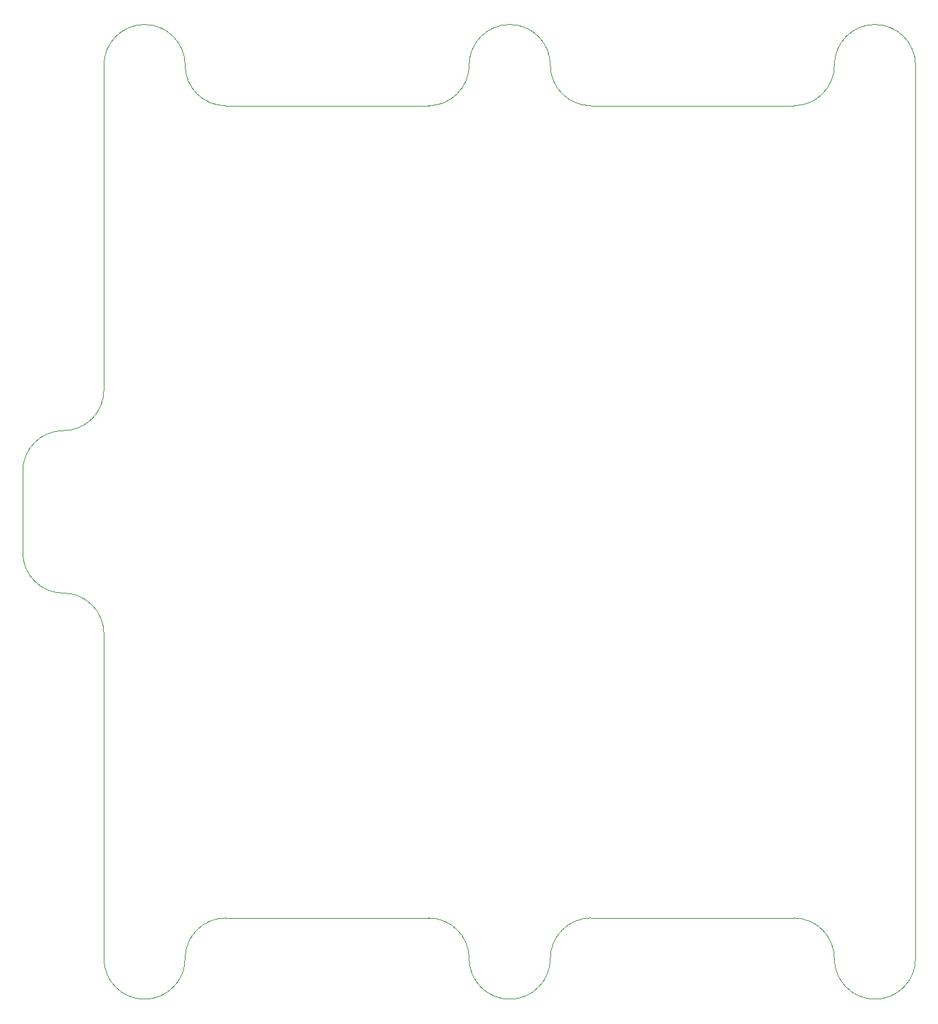
<source format=gbr>
%TF.GenerationSoftware,KiCad,Pcbnew,7.0.5*%
%TF.CreationDate,2023-06-24T20:49:16-04:00*%
%TF.ProjectId,Reflow,5265666c-6f77-42e6-9b69-6361645f7063,rev?*%
%TF.SameCoordinates,Original*%
%TF.FileFunction,Profile,NP*%
%FSLAX46Y46*%
G04 Gerber Fmt 4.6, Leading zero omitted, Abs format (unit mm)*
G04 Created by KiCad (PCBNEW 7.0.5) date 2023-06-24 20:49:16*
%MOMM*%
%LPD*%
G01*
G04 APERTURE LIST*
%TA.AperFunction,Profile*%
%ADD10C,0.100000*%
%TD*%
G04 APERTURE END LIST*
D10*
X50000000Y-155000000D02*
G75*
G03*
X55000000Y-160000000I5000000J0D01*
G01*
X135000000Y-50000000D02*
X110000000Y-50000000D01*
X100000000Y-160000000D02*
G75*
G03*
X105000000Y-155000000I0J5000000D01*
G01*
X60000000Y-45000000D02*
G75*
G03*
X65000000Y-50000000I5000000J0D01*
G01*
X95000000Y-155000000D02*
G75*
G03*
X90000000Y-150000000I-5000000J0D01*
G01*
X110000000Y-150000000D02*
G75*
G03*
X105000000Y-155000000I0J-5000000D01*
G01*
X140000000Y-155000000D02*
G75*
G03*
X145000000Y-160000000I5000000J0D01*
G01*
X60000000Y-45000000D02*
G75*
G03*
X55000000Y-40000000I-5000000J0D01*
G01*
X105000000Y-45000000D02*
G75*
G03*
X100000000Y-40000000I-5000000J0D01*
G01*
X50000000Y-45000000D02*
X50000000Y-85000000D01*
X145000000Y-160000000D02*
G75*
G03*
X150000000Y-155000000I0J5000000D01*
G01*
X90000000Y-50000000D02*
X65000000Y-50000000D01*
X40000000Y-105000000D02*
G75*
G03*
X45000000Y-110000000I5000000J0D01*
G01*
X55000000Y-40000000D02*
G75*
G03*
X50000000Y-45000000I0J-5000000D01*
G01*
X145000000Y-40000000D02*
G75*
G03*
X140000000Y-45000000I0J-5000000D01*
G01*
X100000000Y-40000000D02*
G75*
G03*
X95000000Y-45000000I0J-5000000D01*
G01*
X50000001Y-115000000D02*
G75*
G03*
X45000000Y-109999999I-5000001J0D01*
G01*
X90000000Y-50000000D02*
G75*
G03*
X95000000Y-45000000I0J5000000D01*
G01*
X150000000Y-155000000D02*
X150000000Y-45000000D01*
X95000000Y-155000000D02*
G75*
G03*
X100000000Y-160000000I5000000J0D01*
G01*
X45000000Y-90000000D02*
G75*
G03*
X50000000Y-85000000I0J5000000D01*
G01*
X65000000Y-150000000D02*
G75*
G03*
X60000000Y-155000000I0J-5000000D01*
G01*
X50000000Y-115000000D02*
X50000000Y-155000000D01*
X40000000Y-95000000D02*
X40000000Y-105000000D01*
X110000000Y-150000000D02*
X135000000Y-150000000D01*
X150000000Y-45000000D02*
G75*
G03*
X145000000Y-40000000I-5000000J0D01*
G01*
X105000000Y-45000000D02*
G75*
G03*
X110000000Y-50000000I5000000J0D01*
G01*
X55000000Y-160000000D02*
G75*
G03*
X60000000Y-155000000I0J5000000D01*
G01*
X45000000Y-90000000D02*
G75*
G03*
X40000000Y-95000000I0J-5000000D01*
G01*
X65000000Y-150000000D02*
X90000000Y-150000000D01*
X140000000Y-155000000D02*
G75*
G03*
X135000000Y-150000000I-5000000J0D01*
G01*
X135000000Y-50000000D02*
G75*
G03*
X140000000Y-45000000I0J5000000D01*
G01*
M02*

</source>
